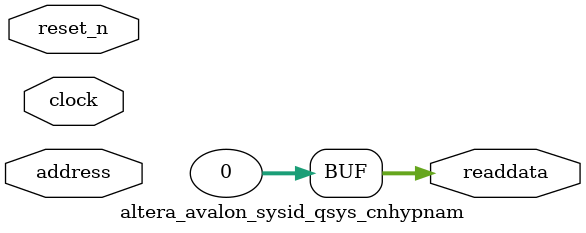
<source format=v>

`timescale 1ns / 1ps
// synthesis translate_on

// turn off superfluous verilog processor warnings 
// altera message_level Level1 
// altera message_off 10034 10035 10036 10037 10230 10240 10030 

module altera_avalon_sysid_qsys_cnhypnam (
               // inputs:
                address,
                clock,
                reset_n,

               // outputs:
                readdata
             )
;

  output  [ 31: 0] readdata;
  input            address;
  input            clock;
  input            reset_n;

  wire    [ 31: 0] readdata;
  //control_slave, which is an e_avalon_slave
  assign readdata = address ? 0 : 0;

endmodule




</source>
